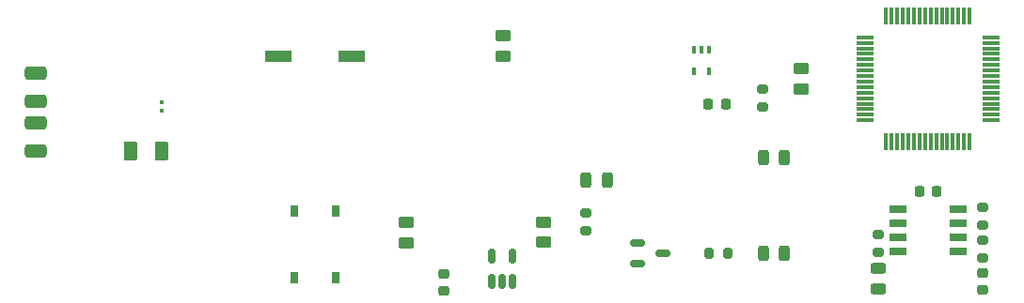
<source format=gtp>
%TF.GenerationSoftware,KiCad,Pcbnew,9.0.6*%
%TF.CreationDate,2025-11-26T14:41:24-05:00*%
%TF.ProjectId,smt_training,736d745f-7472-4616-996e-696e672e6b69,1.1*%
%TF.SameCoordinates,Original*%
%TF.FileFunction,Paste,Top*%
%TF.FilePolarity,Positive*%
%FSLAX46Y46*%
G04 Gerber Fmt 4.6, Leading zero omitted, Abs format (unit mm)*
G04 Created by KiCad (PCBNEW 9.0.6) date 2025-11-26 14:41:24*
%MOMM*%
%LPD*%
G01*
G04 APERTURE LIST*
G04 Aperture macros list*
%AMRoundRect*
0 Rectangle with rounded corners*
0 $1 Rounding radius*
0 $2 $3 $4 $5 $6 $7 $8 $9 X,Y pos of 4 corners*
0 Add a 4 corners polygon primitive as box body*
4,1,4,$2,$3,$4,$5,$6,$7,$8,$9,$2,$3,0*
0 Add four circle primitives for the rounded corners*
1,1,$1+$1,$2,$3*
1,1,$1+$1,$4,$5*
1,1,$1+$1,$6,$7*
1,1,$1+$1,$8,$9*
0 Add four rect primitives between the rounded corners*
20,1,$1+$1,$2,$3,$4,$5,0*
20,1,$1+$1,$4,$5,$6,$7,0*
20,1,$1+$1,$6,$7,$8,$9,0*
20,1,$1+$1,$8,$9,$2,$3,0*%
G04 Aperture macros list end*
%ADD10RoundRect,0.250000X0.450000X-0.262500X0.450000X0.262500X-0.450000X0.262500X-0.450000X-0.262500X0*%
%ADD11RoundRect,0.200000X0.275000X-0.200000X0.275000X0.200000X-0.275000X0.200000X-0.275000X-0.200000X0*%
%ADD12RoundRect,0.090000X0.110000X-0.090000X0.110000X0.090000X-0.110000X0.090000X-0.110000X-0.090000X0*%
%ADD13RoundRect,0.243750X-0.243750X-0.456250X0.243750X-0.456250X0.243750X0.456250X-0.243750X0.456250X0*%
%ADD14R,1.500000X0.650000*%
%ADD15RoundRect,0.243750X0.456250X-0.243750X0.456250X0.243750X-0.456250X0.243750X-0.456250X-0.243750X0*%
%ADD16RoundRect,0.200000X-0.275000X0.200000X-0.275000X-0.200000X0.275000X-0.200000X0.275000X0.200000X0*%
%ADD17RoundRect,0.300000X0.700000X0.300000X-0.700000X0.300000X-0.700000X-0.300000X0.700000X-0.300000X0*%
%ADD18RoundRect,0.243750X0.243750X0.456250X-0.243750X0.456250X-0.243750X-0.456250X0.243750X-0.456250X0*%
%ADD19RoundRect,0.150000X-0.512500X-0.150000X0.512500X-0.150000X0.512500X0.150000X-0.512500X0.150000X0*%
%ADD20RoundRect,0.075000X-0.700000X-0.075000X0.700000X-0.075000X0.700000X0.075000X-0.700000X0.075000X0*%
%ADD21RoundRect,0.075000X-0.075000X-0.700000X0.075000X-0.700000X0.075000X0.700000X-0.075000X0.700000X0*%
%ADD22RoundRect,0.225000X-0.225000X-0.250000X0.225000X-0.250000X0.225000X0.250000X-0.225000X0.250000X0*%
%ADD23RoundRect,0.200000X0.200000X0.275000X-0.200000X0.275000X-0.200000X-0.275000X0.200000X-0.275000X0*%
%ADD24RoundRect,0.100000X-0.100000X0.225000X-0.100000X-0.225000X0.100000X-0.225000X0.100000X0.225000X0*%
%ADD25RoundRect,0.225000X-0.250000X0.225000X-0.250000X-0.225000X0.250000X-0.225000X0.250000X0.225000X0*%
%ADD26RoundRect,0.150000X0.150000X-0.512500X0.150000X0.512500X-0.150000X0.512500X-0.150000X-0.512500X0*%
%ADD27R,0.700000X1.000000*%
%ADD28R,2.400000X1.000000*%
%ADD29RoundRect,0.250000X0.375000X0.625000X-0.375000X0.625000X-0.375000X-0.625000X0.375000X-0.625000X0*%
G04 APERTURE END LIST*
D10*
%TO.C,R2*%
X70470000Y-69452500D03*
X70470000Y-67627500D03*
%TD*%
%TO.C,R6*%
X93660000Y-55592500D03*
X93660000Y-53767500D03*
%TD*%
D11*
%TO.C,R10*%
X100660000Y-70394750D03*
X100660000Y-68744750D03*
%TD*%
D10*
%TO.C,R5*%
X66830000Y-52652500D03*
X66830000Y-50827500D03*
%TD*%
D12*
%TO.C,D1*%
X36140000Y-56770000D03*
X36140000Y-57610000D03*
%TD*%
D13*
%TO.C,D2*%
X90318750Y-70420000D03*
X92193750Y-70420000D03*
%TD*%
D14*
%TO.C,U4*%
X102390000Y-66425000D03*
X102390000Y-67695000D03*
X102390000Y-68965000D03*
X102390000Y-70235000D03*
X107790000Y-70235000D03*
X107790000Y-68965000D03*
X107790000Y-67695000D03*
X107790000Y-66425000D03*
%TD*%
D15*
%TO.C,D5*%
X100660000Y-73672250D03*
X100660000Y-71797250D03*
%TD*%
D16*
%TO.C,R8*%
X110020000Y-66260000D03*
X110020000Y-67910000D03*
%TD*%
D17*
%TO.C,J1*%
X24740000Y-61192500D03*
X24740000Y-58692500D03*
X24740000Y-56692500D03*
X24740000Y-54192500D03*
%TD*%
D18*
%TO.C,D4*%
X92127500Y-61822502D03*
X90252500Y-61822502D03*
%TD*%
D16*
%TO.C,R3*%
X74260000Y-66782500D03*
X74260000Y-68432500D03*
%TD*%
D19*
%TO.C,Q1*%
X78952500Y-69470000D03*
X78952500Y-71370000D03*
X81227500Y-70420000D03*
%TD*%
D20*
%TO.C,U3*%
X99415000Y-50942500D03*
X99415000Y-51442500D03*
X99415000Y-51942500D03*
X99415000Y-52442500D03*
X99415000Y-52942500D03*
X99415000Y-53442500D03*
X99415000Y-53942500D03*
X99415000Y-54442500D03*
X99415000Y-54942500D03*
X99415000Y-55442500D03*
X99415000Y-55942500D03*
X99415000Y-56442500D03*
X99415000Y-56942500D03*
X99415000Y-57442500D03*
X99415000Y-57942500D03*
X99415000Y-58442500D03*
D21*
X101340000Y-60367500D03*
X101840000Y-60367500D03*
X102340000Y-60367500D03*
X102840000Y-60367500D03*
X103340000Y-60367500D03*
X103840000Y-60367500D03*
X104340000Y-60367500D03*
X104840000Y-60367500D03*
X105340000Y-60367500D03*
X105840000Y-60367500D03*
X106340000Y-60367500D03*
X106840000Y-60367500D03*
X107340000Y-60367500D03*
X107840000Y-60367500D03*
X108340000Y-60367500D03*
X108840000Y-60367500D03*
D20*
X110765000Y-58442500D03*
X110765000Y-57942500D03*
X110765000Y-57442500D03*
X110765000Y-56942500D03*
X110765000Y-56442500D03*
X110765000Y-55942500D03*
X110765000Y-55442500D03*
X110765000Y-54942500D03*
X110765000Y-54442500D03*
X110765000Y-53942500D03*
X110765000Y-53442500D03*
X110765000Y-52942500D03*
X110765000Y-52442500D03*
X110765000Y-51942500D03*
X110765000Y-51442500D03*
X110765000Y-50942500D03*
D21*
X108840000Y-49017500D03*
X108340000Y-49017500D03*
X107840000Y-49017500D03*
X107340000Y-49017500D03*
X106840000Y-49017500D03*
X106340000Y-49017500D03*
X105840000Y-49017500D03*
X105340000Y-49017500D03*
X104840000Y-49017500D03*
X104340000Y-49017500D03*
X103840000Y-49017500D03*
X103340000Y-49017500D03*
X102840000Y-49017500D03*
X102340000Y-49017500D03*
X101840000Y-49017500D03*
X101340000Y-49017500D03*
%TD*%
D22*
%TO.C,C3*%
X104315000Y-64875000D03*
X105865000Y-64875000D03*
%TD*%
%TO.C,C2*%
X85335000Y-56950000D03*
X86885000Y-56950000D03*
%TD*%
D23*
%TO.C,R4*%
X87061250Y-70420000D03*
X85411250Y-70420000D03*
%TD*%
D24*
%TO.C,U2*%
X85360000Y-52102500D03*
X84710000Y-52102500D03*
X84060000Y-52102500D03*
X84060000Y-54002500D03*
X85360000Y-54002500D03*
%TD*%
D25*
%TO.C,C4*%
X110020000Y-72230000D03*
X110020000Y-73780000D03*
%TD*%
D16*
%TO.C,R9*%
X110020000Y-69220000D03*
X110020000Y-70870000D03*
%TD*%
D26*
%TO.C,U1*%
X65830000Y-72960000D03*
X66780000Y-72960000D03*
X67730000Y-72960000D03*
X67730000Y-70685000D03*
X65830000Y-70685000D03*
%TD*%
D25*
%TO.C,C1*%
X61490000Y-72275000D03*
X61490000Y-73825000D03*
%TD*%
D11*
%TO.C,R7*%
X90250000Y-57245000D03*
X90250000Y-55595000D03*
%TD*%
D27*
%TO.C,SW2*%
X48060000Y-72652500D03*
X48060000Y-66652500D03*
X51760000Y-72652500D03*
X51760000Y-66652500D03*
%TD*%
D10*
%TO.C,R1*%
X58140000Y-69492500D03*
X58140000Y-67667500D03*
%TD*%
D28*
%TO.C,SW1*%
X46610000Y-52652500D03*
X53210000Y-52652500D03*
%TD*%
D18*
%TO.C,D3*%
X76197500Y-63822500D03*
X74322500Y-63822500D03*
%TD*%
D29*
%TO.C,F1*%
X36140000Y-61190000D03*
X33340000Y-61190000D03*
%TD*%
M02*

</source>
